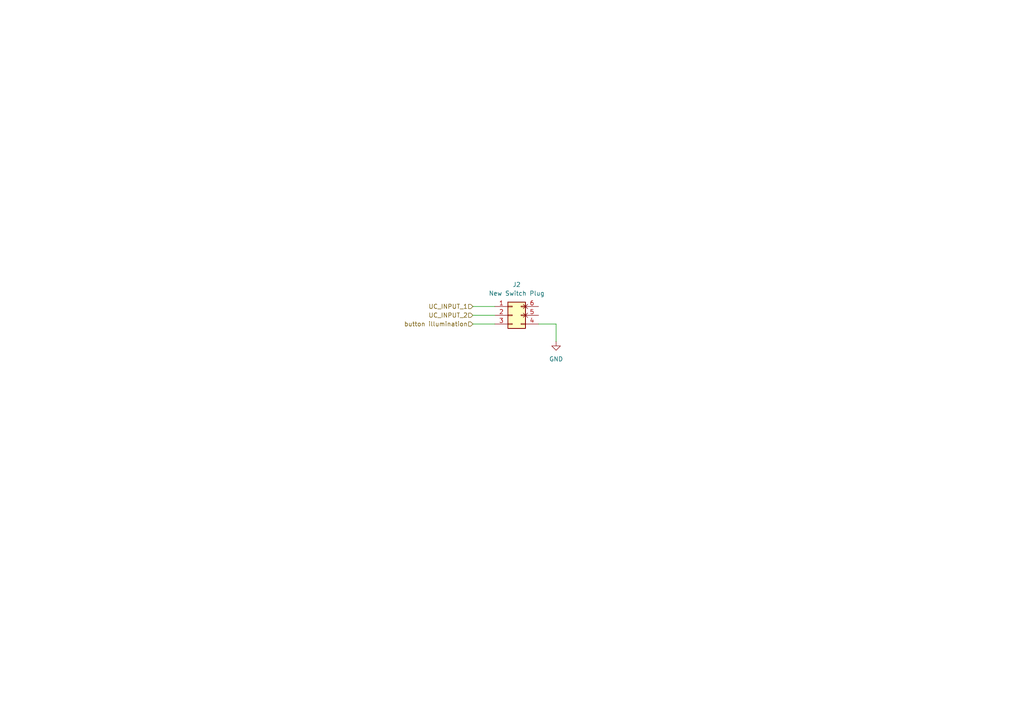
<source format=kicad_sch>
(kicad_sch (version 20231120) (generator "eeschema") (generator_version "8.0")
  (paper "A4")
  (lib_symbols
    (symbol "Connector_Generic:Conn_02x03_Counter_Clockwise" (pin_names (offset 1.016) hide)
      (property "Reference" "J6" (at 1.27 8.89 0))
      (property "Value" "Conn_02x03_Counter_Clockwise" (at 1.27 6.35 0))
      (symbol "Conn_02x03_Counter_Clockwise_1_1"
        (rectangle (start -1.27 -2.413) (end 0 -2.667) (stroke (width 0.1524)))
        (rectangle (start -1.27 0.127) (end 0 -0.127) (stroke (width 0.1524)))
        (rectangle (start -1.27 2.667) (end 0 2.413) (stroke (width 0.1524)))
        (rectangle (start -1.27 3.81) (end 3.81 -3.81) (stroke (width 0.254)) (fill (type background)))
        (rectangle (start 3.81 -2.413) (end 2.54 -2.667) (stroke (width 0.1524)))
        (rectangle (start 3.81 0.127) (end 2.54 -0.127) (stroke (width 0.1524)))
        (rectangle (start 3.81 2.667) (end 2.54 2.413) (stroke (width 0.1524)))
        (pin passive line (at -5.08 2.54 0) (length 3.81) (name "Pin_1") (number "1"))
        (pin passive line (at -5.08 0 0) (length 3.81) (name "Pin_2") (number "2"))
        (pin passive line (at -5.08 -2.54 0) (length 3.81) (name "Pin_3") (number "3"))
        (pin passive line (at 7.62 -2.54 180) (length 3.81) (name "Pin_4") (number "4"))
        (pin passive non_logic (at 7.62 0 180) (length 3.81) (name "Pin_5") (number "5"))
        (pin passive non_logic (at 7.62 2.54 180) (length 3.81) (name "Pin_6") (number "6"))
      )
    )
    (symbol "power:GND" (power) (pin_numbers hide) (pin_names (offset 0) hide)
      (property "Value" "GND" (at 0 -3.81 0))
      (symbol "GND_0_1"
        (polyline (pts (xy 0 0) (xy 0 -1.27) (xy 1.27 -1.27) (xy 0 -2.54) (xy -1.27 -1.27) (xy 0 -1.27)))
      )
      (symbol "GND_1_1"
        (pin power_in line (at 0 0 270) (length 0) (name "~") (number "1"))
      )
    )
  )
  (wire (pts (xy 137.16 91.44) (xy 143.51 91.44)))
  (wire (pts (xy 137.16 88.9) (xy 143.51 88.9)))
  (wire (pts (xy 161.29 93.98) (xy 156.21 93.98)))
  (wire (pts (xy 137.16 93.98) (xy 143.51 93.98)))
  (wire (pts (xy 161.29 99.06) (xy 161.29 93.98)))
  (hierarchical_label "button illumination" (shape input) (at 137.16 93.98 180))
  (hierarchical_label "UC_INPUT_1" (shape input) (at 137.16 88.9 180))
  (hierarchical_label "UC_INPUT_2" (shape input) (at 137.16 91.44 180))
  (symbol (lib_id "power:GND") (at 161.29 99.06 0) (unit 1)
    (property "Reference" "#PWR014" (effects (hide yes)))
    (property "Value" "GND" (at 161.29 104.14 0))
    (property "Description" "Power symbol creates a global label with name \"GND\" , ground" (effects (hide yes)))
  )
  (symbol (lib_id "Connector_Generic:Conn_02x03_Counter_Clockwise") (at 148.59 91.44 0) (unit 1)
    (property "Reference" "J2" (at 149.86 82.55 0))
    (property "Value" "New Switch Plug" (at 149.86 85.09 0))
    (property "Footprint" "Connector_PinSocket_2.54mm:PinSocket_2x03_P2.54mm_Horizontal" (effects (hide yes)))
  )
)
</source>
